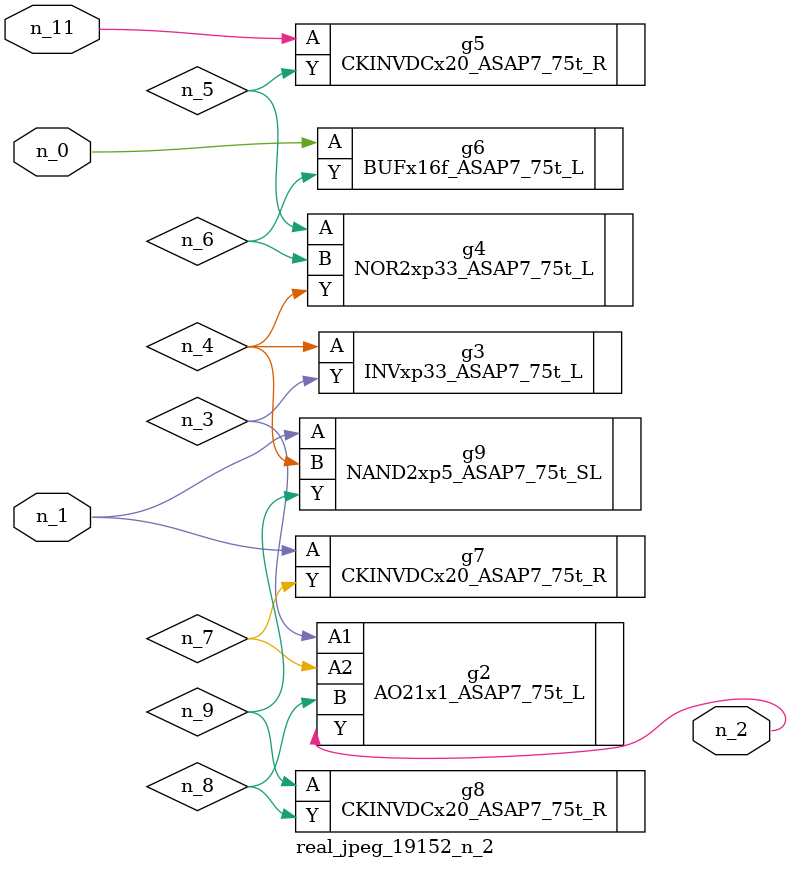
<source format=v>
module real_jpeg_19152_n_2 (n_1, n_11, n_0, n_2);

input n_1;
input n_11;
input n_0;

output n_2;

wire n_5;
wire n_4;
wire n_8;
wire n_6;
wire n_7;
wire n_3;
wire n_9;

BUFx16f_ASAP7_75t_L g6 ( 
.A(n_0),
.Y(n_6)
);

CKINVDCx20_ASAP7_75t_R g7 ( 
.A(n_1),
.Y(n_7)
);

NAND2xp5_ASAP7_75t_SL g9 ( 
.A(n_1),
.B(n_4),
.Y(n_9)
);

AO21x1_ASAP7_75t_L g2 ( 
.A1(n_3),
.A2(n_7),
.B(n_8),
.Y(n_2)
);

INVxp33_ASAP7_75t_L g3 ( 
.A(n_4),
.Y(n_3)
);

NOR2xp33_ASAP7_75t_L g4 ( 
.A(n_5),
.B(n_6),
.Y(n_4)
);

CKINVDCx20_ASAP7_75t_R g8 ( 
.A(n_9),
.Y(n_8)
);

CKINVDCx20_ASAP7_75t_R g5 ( 
.A(n_11),
.Y(n_5)
);


endmodule
</source>
